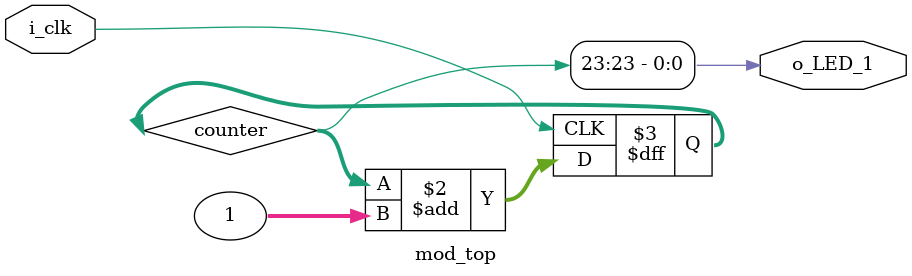
<source format=sv>
`default_nettype none
`timescale 10ns/1ps

/*
* Top (main) module
*/

module mod_top
(
  input wire logic i_clk,
  output logic o_LED_1
);

logic [31:0] counter;


/* Clock divider */
always_ff @(posedge i_clk)  
    counter <= counter + 1;  


/* The ubiquitous Blinky once again graces us with its presence */
assign o_LED_1 = counter[23];


endmodule
</source>
